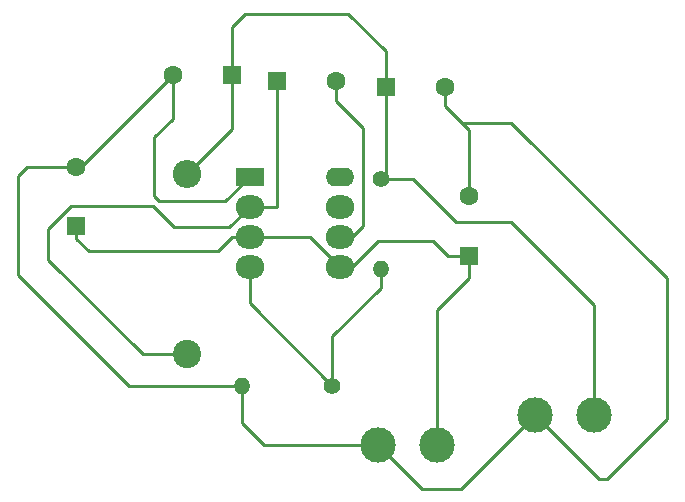
<source format=gbr>
%TF.GenerationSoftware,KiCad,Pcbnew,(5.1.9)-1*%
%TF.CreationDate,2021-09-03T17:13:07+00:00*%
%TF.ProjectId,step_down_converter,73746570-5f64-46f7-976e-5f636f6e7665,rev?*%
%TF.SameCoordinates,Original*%
%TF.FileFunction,Copper,L2,Bot*%
%TF.FilePolarity,Positive*%
%FSLAX46Y46*%
G04 Gerber Fmt 4.6, Leading zero omitted, Abs format (unit mm)*
G04 Created by KiCad (PCBNEW (5.1.9)-1) date 2021-09-03 17:13:07*
%MOMM*%
%LPD*%
G01*
G04 APERTURE LIST*
%TA.AperFunction,ComponentPad*%
%ADD10O,2.400000X1.600000*%
%TD*%
%TA.AperFunction,ComponentPad*%
%ADD11O,2.400000X2.000000*%
%TD*%
%TA.AperFunction,ComponentPad*%
%ADD12R,2.400000X1.600000*%
%TD*%
%TA.AperFunction,ComponentPad*%
%ADD13R,1.600000X1.600000*%
%TD*%
%TA.AperFunction,ComponentPad*%
%ADD14C,1.600000*%
%TD*%
%TA.AperFunction,ComponentPad*%
%ADD15C,3.000000*%
%TD*%
%TA.AperFunction,ComponentPad*%
%ADD16C,2.400000*%
%TD*%
%TA.AperFunction,ComponentPad*%
%ADD17O,2.400000X2.400000*%
%TD*%
%TA.AperFunction,ComponentPad*%
%ADD18C,1.400000*%
%TD*%
%TA.AperFunction,ComponentPad*%
%ADD19O,1.400000X1.400000*%
%TD*%
%TA.AperFunction,Conductor*%
%ADD20C,0.250000*%
%TD*%
G04 APERTURE END LIST*
D10*
%TO.P,U1,8*%
%TO.N,N/C*%
X111300000Y-73570000D03*
D11*
%TO.P,U1,4*%
%TO.N,Net-(R1-Pad2)*%
X103680000Y-81190000D03*
%TO.P,U1,7*%
%TO.N,N/C*%
X111300000Y-76110000D03*
%TO.P,U1,3*%
%TO.N,VCC*%
X103680000Y-78650000D03*
%TO.P,U1,6*%
%TO.N,Net-(C3-Pad2)*%
X111300000Y-78650000D03*
%TO.P,U1,2*%
%TO.N,Net-(C3-Pad1)*%
X103680000Y-76110000D03*
%TO.P,U1,5*%
%TO.N,VCC*%
X111300000Y-81190000D03*
D12*
%TO.P,U1,1*%
%TO.N,GND*%
X103680000Y-73570000D03*
%TD*%
D13*
%TO.P,C1,1*%
%TO.N,VCC*%
X122250000Y-80250000D03*
D14*
%TO.P,C1,2*%
%TO.N,GND*%
X122250000Y-75250000D03*
%TD*%
%TO.P,C2,2*%
%TO.N,GND*%
X89030000Y-72780000D03*
D13*
%TO.P,C2,1*%
%TO.N,VCC*%
X89030000Y-77780000D03*
%TD*%
%TO.P,C3,1*%
%TO.N,Net-(C3-Pad1)*%
X105990000Y-65450000D03*
D14*
%TO.P,C3,2*%
%TO.N,Net-(C3-Pad2)*%
X110990000Y-65450000D03*
%TD*%
D13*
%TO.P,C4,1*%
%TO.N,Net-(C4-Pad1)*%
X115230000Y-65980000D03*
D14*
%TO.P,C4,2*%
%TO.N,GND*%
X120230000Y-65980000D03*
%TD*%
%TO.P,C5,2*%
%TO.N,GND*%
X97180000Y-64990000D03*
D13*
%TO.P,C5,1*%
%TO.N,Net-(C4-Pad1)*%
X102180000Y-64990000D03*
%TD*%
D15*
%TO.P,J1,1*%
%TO.N,VCC*%
X119580000Y-96250000D03*
%TO.P,J1,2*%
%TO.N,GND*%
X114580000Y-96250000D03*
%TD*%
%TO.P,J2,2*%
%TO.N,Net-(C4-Pad1)*%
X132840000Y-93760000D03*
%TO.P,J2,1*%
%TO.N,GND*%
X127840000Y-93760000D03*
%TD*%
D16*
%TO.P,L1,1*%
%TO.N,Net-(C3-Pad1)*%
X98360000Y-88610000D03*
D17*
%TO.P,L1,2*%
%TO.N,Net-(C4-Pad1)*%
X98360000Y-73370000D03*
%TD*%
D18*
%TO.P,R1,1*%
%TO.N,Net-(C4-Pad1)*%
X114790000Y-73770000D03*
D19*
%TO.P,R1,2*%
%TO.N,Net-(R1-Pad2)*%
X114790000Y-81390000D03*
%TD*%
%TO.P,R2,2*%
%TO.N,GND*%
X103080000Y-91300000D03*
D18*
%TO.P,R2,1*%
%TO.N,Net-(R1-Pad2)*%
X110700000Y-91300000D03*
%TD*%
D20*
%TO.N,VCC*%
X108760000Y-78650000D02*
X111300000Y-81190000D01*
X103680000Y-78650000D02*
X108760000Y-78650000D01*
X111300000Y-81190000D02*
X112320000Y-81190000D01*
X112320000Y-81190000D02*
X114520000Y-78990000D01*
X114520000Y-78990000D02*
X119230000Y-78990000D01*
X120490000Y-80250000D02*
X122250000Y-80250000D01*
X119230000Y-78990000D02*
X120490000Y-80250000D01*
X122250000Y-80250000D02*
X122250000Y-82160000D01*
X119580000Y-84830000D02*
X119580000Y-96250000D01*
X122250000Y-82160000D02*
X119580000Y-84830000D01*
X89030000Y-77780000D02*
X89030000Y-78830000D01*
X100980000Y-79900000D02*
X102230000Y-78650000D01*
X89030000Y-78830000D02*
X90100000Y-79900000D01*
X90100000Y-79900000D02*
X100980000Y-79900000D01*
X102230000Y-78650000D02*
X103680000Y-78650000D01*
%TO.N,GND*%
X103080000Y-91300000D02*
X103080000Y-94390000D01*
X104940000Y-96250000D02*
X114580000Y-96250000D01*
X103080000Y-94390000D02*
X104940000Y-96250000D01*
X114580000Y-96250000D02*
X118310000Y-99980000D01*
X121620000Y-99980000D02*
X127840000Y-93760000D01*
X118310000Y-99980000D02*
X121620000Y-99980000D01*
X120230000Y-65980000D02*
X120230000Y-67590000D01*
X122250000Y-69610000D02*
X122250000Y-75250000D01*
X89390000Y-72780000D02*
X89030000Y-72780000D01*
X97180000Y-64990000D02*
X89390000Y-72780000D01*
X97180000Y-64990000D02*
X97180000Y-68670000D01*
X97180000Y-68670000D02*
X95600000Y-70250000D01*
X95600000Y-70250000D02*
X95600000Y-75220000D01*
X95600000Y-75220000D02*
X96050000Y-75670000D01*
X101580000Y-75670000D02*
X103680000Y-73570000D01*
X96050000Y-75670000D02*
X101580000Y-75670000D01*
X103080000Y-91300000D02*
X93490000Y-91300000D01*
X93490000Y-91300000D02*
X84060000Y-81870000D01*
X84060000Y-81870000D02*
X84060000Y-73550000D01*
X84830000Y-72780000D02*
X89030000Y-72780000D01*
X84060000Y-73550000D02*
X84830000Y-72780000D01*
X121660000Y-69020000D02*
X125860000Y-69020000D01*
X120230000Y-67590000D02*
X121660000Y-69020000D01*
X121660000Y-69020000D02*
X122250000Y-69610000D01*
X125860000Y-69020000D02*
X139030000Y-82190000D01*
X139030000Y-82190000D02*
X139030000Y-94120000D01*
X139030000Y-94120000D02*
X133980000Y-99170000D01*
X133250000Y-99170000D02*
X127840000Y-93760000D01*
X133980000Y-99170000D02*
X133250000Y-99170000D01*
%TO.N,Net-(C3-Pad1)*%
X103680000Y-76110000D02*
X106030000Y-76110000D01*
X105990000Y-76070000D02*
X105990000Y-65450000D01*
X106030000Y-76110000D02*
X105990000Y-76070000D01*
X98360000Y-88610000D02*
X98230000Y-88610000D01*
X98360000Y-88610000D02*
X94630000Y-88610000D01*
X94630000Y-88610000D02*
X86630000Y-80610000D01*
X86630000Y-77994998D02*
X88544998Y-76080000D01*
X86630000Y-80610000D02*
X86630000Y-77994998D01*
X88544998Y-76080000D02*
X95510000Y-76080000D01*
X95510000Y-76080000D02*
X97290000Y-77860000D01*
X101930000Y-77860000D02*
X103680000Y-76110000D01*
X97290000Y-77860000D02*
X101930000Y-77860000D01*
%TO.N,Net-(C3-Pad2)*%
X110990000Y-65450000D02*
X110990000Y-67160000D01*
X110990000Y-67160000D02*
X113280000Y-69450000D01*
X113280000Y-69450000D02*
X113280000Y-77720000D01*
X112350000Y-78650000D02*
X111300000Y-78650000D01*
X113280000Y-77720000D02*
X112350000Y-78650000D01*
%TO.N,Net-(C4-Pad1)*%
X115230000Y-73330000D02*
X114790000Y-73770000D01*
X115230000Y-65980000D02*
X115230000Y-73330000D01*
X102180000Y-69550000D02*
X98360000Y-73370000D01*
X102180000Y-64990000D02*
X102180000Y-69550000D01*
X116490000Y-73770000D02*
X117560000Y-73770000D01*
X114790000Y-73770000D02*
X116490000Y-73770000D01*
X116490000Y-73770000D02*
X116850000Y-73770000D01*
X117560000Y-73770000D02*
X121190000Y-77400000D01*
X121190000Y-77400000D02*
X125800000Y-77400000D01*
X132840000Y-84440000D02*
X132840000Y-93760000D01*
X125800000Y-77400000D02*
X132840000Y-84440000D01*
X102180000Y-64990000D02*
X102180000Y-60920000D01*
X102180000Y-60920000D02*
X103330000Y-59770000D01*
X103330000Y-59770000D02*
X112030000Y-59770000D01*
X115230000Y-62970000D02*
X115230000Y-65980000D01*
X112030000Y-59770000D02*
X115230000Y-62970000D01*
%TO.N,Net-(R1-Pad2)*%
X103680000Y-84280000D02*
X110700000Y-91300000D01*
X103680000Y-81190000D02*
X103680000Y-84280000D01*
X110700000Y-91300000D02*
X110700000Y-87080000D01*
X114790000Y-82990000D02*
X114790000Y-81390000D01*
X110700000Y-87080000D02*
X114790000Y-82990000D01*
%TD*%
M02*

</source>
